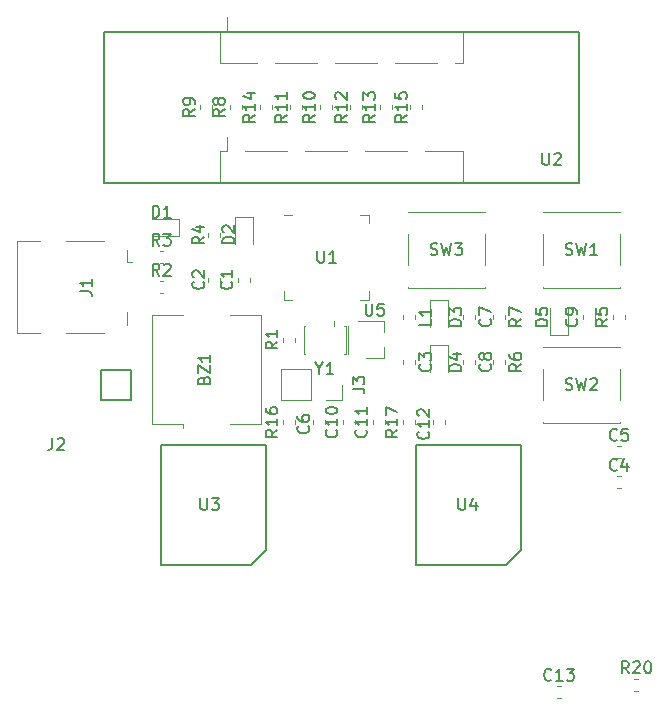
<source format=gbr>
G04 #@! TF.GenerationSoftware,KiCad,Pcbnew,5.99.0-unknown-r17607-a0698723*
G04 #@! TF.CreationDate,2020-04-13T08:25:32-05:00*
G04 #@! TF.ProjectId,pcb_smd,7063625f-736d-4642-9e6b-696361645f70,rev?*
G04 #@! TF.SameCoordinates,Original*
G04 #@! TF.FileFunction,Legend,Top*
G04 #@! TF.FilePolarity,Positive*
%FSLAX46Y46*%
G04 Gerber Fmt 4.6, Leading zero omitted, Abs format (unit mm)*
G04 Created by KiCad (PCBNEW 5.99.0-unknown-r17607-a0698723) date 2020-04-13 08:25:32*
%MOMM*%
%LPD*%
G01*
G04 APERTURE LIST*
%ADD10C,0.120000*%
%ADD11C,0.150000*%
G04 APERTURE END LIST*
D10*
X141895000Y-74495000D02*
X141170000Y-74495000D01*
X148390000Y-81715000D02*
X148390000Y-80990000D01*
X147665000Y-81715000D02*
X148390000Y-81715000D01*
X141170000Y-81715000D02*
X141170000Y-80990000D01*
X141895000Y-81715000D02*
X141170000Y-81715000D01*
X148390000Y-74495000D02*
X148390000Y-75220000D01*
X147665000Y-74495000D02*
X148390000Y-74495000D01*
X135730000Y-71815000D02*
X135730000Y-69155000D01*
X135730000Y-69155000D02*
X136400000Y-69155000D01*
X137920000Y-69155000D02*
X141480000Y-69155000D01*
X143000000Y-69155000D02*
X146560000Y-69155000D01*
X148080000Y-69155000D02*
X151640000Y-69155000D01*
X153160000Y-69155000D02*
X156370000Y-69155000D01*
X156370000Y-71815000D02*
X156370000Y-69155000D01*
X135730000Y-71815000D02*
X138940000Y-71815000D01*
X140460000Y-71815000D02*
X144020000Y-71815000D01*
X145540000Y-71815000D02*
X149100000Y-71815000D01*
X150620000Y-71815000D02*
X154180000Y-71815000D01*
X155700000Y-71815000D02*
X156370000Y-71815000D01*
X136400000Y-69155000D02*
X136400000Y-67945000D01*
X137920000Y-58995000D02*
X141480000Y-58995000D01*
X140460000Y-61655000D02*
X144020000Y-61655000D01*
X156370000Y-61655000D02*
X156370000Y-58995000D01*
X155700000Y-61655000D02*
X156370000Y-61655000D01*
X150620000Y-61655000D02*
X154180000Y-61655000D01*
X135730000Y-61655000D02*
X135730000Y-58995000D01*
X136400000Y-58995000D02*
X136400000Y-57785000D01*
X148080000Y-58995000D02*
X151640000Y-58995000D01*
X145540000Y-61655000D02*
X149100000Y-61655000D01*
X135730000Y-58995000D02*
X136400000Y-58995000D01*
X135730000Y-61655000D02*
X138940000Y-61655000D01*
X143000000Y-58995000D02*
X146560000Y-58995000D01*
X153160000Y-58995000D02*
X156370000Y-58995000D01*
D11*
X125960000Y-59005000D02*
X125960000Y-71805000D01*
X166140000Y-59005000D02*
X166140000Y-71805000D01*
X166140000Y-59005000D02*
X125960000Y-59005000D01*
X125960000Y-71805000D02*
X166140000Y-71805000D01*
D10*
X149620000Y-86670000D02*
X148160000Y-86670000D01*
X149620000Y-83510000D02*
X147460000Y-83510000D01*
X149620000Y-83510000D02*
X149620000Y-84440000D01*
X149620000Y-86670000D02*
X149620000Y-85740000D01*
X164302221Y-115445000D02*
X164627779Y-115445000D01*
X164302221Y-114425000D02*
X164627779Y-114425000D01*
X170852221Y-114810000D02*
X171177779Y-114810000D01*
X170852221Y-113790000D02*
X171177779Y-113790000D01*
X146110000Y-88900000D02*
X146110000Y-90230000D01*
X146110000Y-90230000D02*
X144780000Y-90230000D01*
X143510000Y-90230000D02*
X140910000Y-90230000D01*
X140910000Y-87570000D02*
X140910000Y-90230000D01*
X143510000Y-87570000D02*
X140910000Y-87570000D01*
X143510000Y-87570000D02*
X143510000Y-90230000D01*
X132660000Y-92240000D02*
X130010000Y-92240000D01*
X130010000Y-92240000D02*
X130010000Y-83020000D01*
X130010000Y-83020000D02*
X132660000Y-83020000D01*
X136580000Y-83020000D02*
X139230000Y-83020000D01*
X139230000Y-83020000D02*
X139230000Y-92240000D01*
X139230000Y-92240000D02*
X136580000Y-92240000D01*
X132660000Y-92240000D02*
X132660000Y-92570000D01*
X165200000Y-84670000D02*
X165200000Y-82385000D01*
X163730000Y-84670000D02*
X165200000Y-84670000D01*
X163730000Y-82385000D02*
X163730000Y-84670000D01*
X153570000Y-85510000D02*
X153570000Y-87795000D01*
X155040000Y-85510000D02*
X153570000Y-85510000D01*
X155040000Y-87795000D02*
X155040000Y-85510000D01*
X153570000Y-81700000D02*
X153570000Y-83985000D01*
X155040000Y-81700000D02*
X153570000Y-81700000D01*
X155040000Y-83985000D02*
X155040000Y-81700000D01*
X137060000Y-74715000D02*
X137060000Y-77000000D01*
X138530000Y-74715000D02*
X137060000Y-74715000D01*
X138530000Y-77000000D02*
X138530000Y-74715000D01*
X152910000Y-65242221D02*
X152910000Y-65567779D01*
X151890000Y-65242221D02*
X151890000Y-65567779D01*
D11*
X161290000Y-102870000D02*
X161290000Y-93980000D01*
X161290000Y-93980000D02*
X152400000Y-93980000D01*
X152400000Y-93980000D02*
X152400000Y-104140000D01*
X152400000Y-104140000D02*
X160020000Y-104140000D01*
X160020000Y-104140000D02*
X161290000Y-102870000D01*
X139700000Y-102870000D02*
X139700000Y-93980000D01*
X139700000Y-93980000D02*
X130810000Y-93980000D01*
X130810000Y-93980000D02*
X130810000Y-104140000D01*
X130810000Y-104140000D02*
X138430000Y-104140000D01*
X138430000Y-104140000D02*
X139700000Y-102870000D01*
D10*
X152275000Y-92237779D02*
X152275000Y-91912221D01*
X151255000Y-92237779D02*
X151255000Y-91912221D01*
X142115000Y-92237779D02*
X142115000Y-91912221D01*
X141095000Y-92237779D02*
X141095000Y-91912221D01*
D11*
X128270000Y-90170000D02*
X128270000Y-87630000D01*
X125730000Y-90170000D02*
X128270000Y-90170000D01*
X125730000Y-87630000D02*
X125730000Y-90170000D01*
X128270000Y-87630000D02*
X125730000Y-87630000D01*
D10*
X153795000Y-91912221D02*
X153795000Y-92237779D01*
X154815000Y-91912221D02*
X154815000Y-92237779D01*
X149705000Y-92237779D02*
X149705000Y-91912221D01*
X148685000Y-92237779D02*
X148685000Y-91912221D01*
X147195000Y-92237779D02*
X147195000Y-91912221D01*
X146175000Y-92237779D02*
X146175000Y-91912221D01*
X167515000Y-83347779D02*
X167515000Y-83022221D01*
X166495000Y-83347779D02*
X166495000Y-83022221D01*
X156335000Y-86832221D02*
X156335000Y-87157779D01*
X157355000Y-86832221D02*
X157355000Y-87157779D01*
X156335000Y-83022221D02*
X156335000Y-83347779D01*
X157355000Y-83022221D02*
X157355000Y-83347779D01*
X143635000Y-91912221D02*
X143635000Y-92237779D01*
X144655000Y-91912221D02*
X144655000Y-92237779D01*
X169382221Y-95125000D02*
X169707779Y-95125000D01*
X169382221Y-94105000D02*
X169707779Y-94105000D01*
X169382221Y-97665000D02*
X169707779Y-97665000D01*
X169382221Y-96645000D02*
X169707779Y-96645000D01*
X158170000Y-74240000D02*
X151710000Y-74240000D01*
X158170000Y-78770000D02*
X158170000Y-76170000D01*
X158170000Y-80700000D02*
X151710000Y-80700000D01*
X151710000Y-78770000D02*
X151710000Y-76170000D01*
X158170000Y-80670000D02*
X158170000Y-80700000D01*
X158170000Y-74240000D02*
X158170000Y-74270000D01*
X151710000Y-74240000D02*
X151710000Y-74270000D01*
X151710000Y-80700000D02*
X151710000Y-80670000D01*
X169600000Y-85670000D02*
X163140000Y-85670000D01*
X169600000Y-90200000D02*
X169600000Y-87600000D01*
X169600000Y-92130000D02*
X163140000Y-92130000D01*
X163140000Y-90200000D02*
X163140000Y-87600000D01*
X169600000Y-92100000D02*
X169600000Y-92130000D01*
X169600000Y-85670000D02*
X169600000Y-85700000D01*
X163140000Y-85670000D02*
X163140000Y-85700000D01*
X163140000Y-92130000D02*
X163140000Y-92100000D01*
X169600000Y-74240000D02*
X163140000Y-74240000D01*
X169600000Y-78770000D02*
X169600000Y-76170000D01*
X169600000Y-80700000D02*
X163140000Y-80700000D01*
X163140000Y-78770000D02*
X163140000Y-76170000D01*
X169600000Y-80670000D02*
X169600000Y-80700000D01*
X169600000Y-74240000D02*
X169600000Y-74270000D01*
X163140000Y-74240000D02*
X163140000Y-74270000D01*
X163140000Y-80700000D02*
X163140000Y-80670000D01*
X139190000Y-65567779D02*
X139190000Y-65242221D01*
X140210000Y-65567779D02*
X140210000Y-65242221D01*
X149350000Y-65567779D02*
X149350000Y-65242221D01*
X150370000Y-65567779D02*
X150370000Y-65242221D01*
X147830000Y-65242221D02*
X147830000Y-65567779D01*
X146810000Y-65242221D02*
X146810000Y-65567779D01*
X142750000Y-65242221D02*
X142750000Y-65567779D01*
X141730000Y-65242221D02*
X141730000Y-65567779D01*
X144270000Y-65567779D02*
X144270000Y-65242221D01*
X145290000Y-65567779D02*
X145290000Y-65242221D01*
X134110000Y-65567779D02*
X134110000Y-65242221D01*
X135130000Y-65567779D02*
X135130000Y-65242221D01*
X136650000Y-65567779D02*
X136650000Y-65242221D01*
X137670000Y-65567779D02*
X137670000Y-65242221D01*
X158875000Y-83022221D02*
X158875000Y-83347779D01*
X159895000Y-83022221D02*
X159895000Y-83347779D01*
X158875000Y-86832221D02*
X158875000Y-87157779D01*
X159895000Y-86832221D02*
X159895000Y-87157779D01*
X170055000Y-83347779D02*
X170055000Y-83022221D01*
X169035000Y-83347779D02*
X169035000Y-83022221D01*
X142843800Y-86290000D02*
X142993800Y-86290000D01*
X142843800Y-83890000D02*
X142993800Y-83890000D01*
X145393800Y-83890000D02*
X145443800Y-83890000D01*
X146443800Y-83890000D02*
X146293800Y-83890000D01*
X146443800Y-86290000D02*
X146293800Y-86290000D01*
X146643800Y-84290000D02*
X146643800Y-83890000D01*
X146443800Y-84290000D02*
X146443800Y-83890000D01*
X142843800Y-84290000D02*
X142843800Y-83890000D01*
X146643800Y-86290000D02*
X146643800Y-84290000D01*
X145393800Y-83890000D02*
X145393800Y-83490000D01*
X146443800Y-84290000D02*
X146443800Y-86290000D01*
X142843800Y-86290000D02*
X142843800Y-84290000D01*
X134745000Y-76037221D02*
X134745000Y-76362779D01*
X135765000Y-76037221D02*
X135765000Y-76362779D01*
X130647221Y-78615000D02*
X130972779Y-78615000D01*
X130647221Y-77595000D02*
X130972779Y-77595000D01*
X130647221Y-81155000D02*
X130972779Y-81155000D01*
X130647221Y-80135000D02*
X130972779Y-80135000D01*
X142115000Y-85252779D02*
X142115000Y-84927221D01*
X141095000Y-85252779D02*
X141095000Y-84927221D01*
X151255000Y-83022221D02*
X151255000Y-83347779D01*
X152275000Y-83022221D02*
X152275000Y-83347779D01*
X118550000Y-84555000D02*
X118550000Y-76735000D01*
X127870000Y-78535000D02*
X128300000Y-78535000D01*
X118550000Y-84555000D02*
X120500000Y-84555000D01*
X122720000Y-84555000D02*
X125950000Y-84555000D01*
X127870000Y-82755000D02*
X127870000Y-83835000D01*
X127870000Y-77455000D02*
X127870000Y-78535000D01*
X122720000Y-76735000D02*
X125950000Y-76735000D01*
X118550000Y-76735000D02*
X120500000Y-76735000D01*
X132295000Y-74830000D02*
X130010000Y-74830000D01*
X132295000Y-76300000D02*
X132295000Y-74830000D01*
X130010000Y-76300000D02*
X132295000Y-76300000D01*
X151255000Y-86832221D02*
X151255000Y-87157779D01*
X152275000Y-86832221D02*
X152275000Y-87157779D01*
X134745000Y-79847221D02*
X134745000Y-80172779D01*
X135765000Y-79847221D02*
X135765000Y-80172779D01*
X138305000Y-80172779D02*
X138305000Y-79847221D01*
X137285000Y-80172779D02*
X137285000Y-79847221D01*
D11*
X144018095Y-77557380D02*
X144018095Y-78366904D01*
X144065714Y-78462142D01*
X144113333Y-78509761D01*
X144208571Y-78557380D01*
X144399047Y-78557380D01*
X144494285Y-78509761D01*
X144541904Y-78462142D01*
X144589523Y-78366904D01*
X144589523Y-77557380D01*
X145589523Y-78557380D02*
X145018095Y-78557380D01*
X145303809Y-78557380D02*
X145303809Y-77557380D01*
X145208571Y-77700238D01*
X145113333Y-77795476D01*
X145018095Y-77843095D01*
X163068095Y-69302380D02*
X163068095Y-70111904D01*
X163115714Y-70207142D01*
X163163333Y-70254761D01*
X163258571Y-70302380D01*
X163449047Y-70302380D01*
X163544285Y-70254761D01*
X163591904Y-70207142D01*
X163639523Y-70111904D01*
X163639523Y-69302380D01*
X164068095Y-69397619D02*
X164115714Y-69350000D01*
X164210952Y-69302380D01*
X164449047Y-69302380D01*
X164544285Y-69350000D01*
X164591904Y-69397619D01*
X164639523Y-69492857D01*
X164639523Y-69588095D01*
X164591904Y-69730952D01*
X164020476Y-70302380D01*
X164639523Y-70302380D01*
X148098095Y-82042380D02*
X148098095Y-82851904D01*
X148145714Y-82947142D01*
X148193333Y-82994761D01*
X148288571Y-83042380D01*
X148479047Y-83042380D01*
X148574285Y-82994761D01*
X148621904Y-82947142D01*
X148669523Y-82851904D01*
X148669523Y-82042380D01*
X149621904Y-82042380D02*
X149145714Y-82042380D01*
X149098095Y-82518571D01*
X149145714Y-82470952D01*
X149240952Y-82423333D01*
X149479047Y-82423333D01*
X149574285Y-82470952D01*
X149621904Y-82518571D01*
X149669523Y-82613809D01*
X149669523Y-82851904D01*
X149621904Y-82947142D01*
X149574285Y-82994761D01*
X149479047Y-83042380D01*
X149240952Y-83042380D01*
X149145714Y-82994761D01*
X149098095Y-82947142D01*
X163822142Y-113862142D02*
X163774523Y-113909761D01*
X163631666Y-113957380D01*
X163536428Y-113957380D01*
X163393571Y-113909761D01*
X163298333Y-113814523D01*
X163250714Y-113719285D01*
X163203095Y-113528809D01*
X163203095Y-113385952D01*
X163250714Y-113195476D01*
X163298333Y-113100238D01*
X163393571Y-113005000D01*
X163536428Y-112957380D01*
X163631666Y-112957380D01*
X163774523Y-113005000D01*
X163822142Y-113052619D01*
X164774523Y-113957380D02*
X164203095Y-113957380D01*
X164488809Y-113957380D02*
X164488809Y-112957380D01*
X164393571Y-113100238D01*
X164298333Y-113195476D01*
X164203095Y-113243095D01*
X165107857Y-112957380D02*
X165726904Y-112957380D01*
X165393571Y-113338333D01*
X165536428Y-113338333D01*
X165631666Y-113385952D01*
X165679285Y-113433571D01*
X165726904Y-113528809D01*
X165726904Y-113766904D01*
X165679285Y-113862142D01*
X165631666Y-113909761D01*
X165536428Y-113957380D01*
X165250714Y-113957380D01*
X165155476Y-113909761D01*
X165107857Y-113862142D01*
X170372142Y-113322380D02*
X170038809Y-112846190D01*
X169800714Y-113322380D02*
X169800714Y-112322380D01*
X170181666Y-112322380D01*
X170276904Y-112370000D01*
X170324523Y-112417619D01*
X170372142Y-112512857D01*
X170372142Y-112655714D01*
X170324523Y-112750952D01*
X170276904Y-112798571D01*
X170181666Y-112846190D01*
X169800714Y-112846190D01*
X170753095Y-112417619D02*
X170800714Y-112370000D01*
X170895952Y-112322380D01*
X171134047Y-112322380D01*
X171229285Y-112370000D01*
X171276904Y-112417619D01*
X171324523Y-112512857D01*
X171324523Y-112608095D01*
X171276904Y-112750952D01*
X170705476Y-113322380D01*
X171324523Y-113322380D01*
X171943571Y-112322380D02*
X172038809Y-112322380D01*
X172134047Y-112370000D01*
X172181666Y-112417619D01*
X172229285Y-112512857D01*
X172276904Y-112703333D01*
X172276904Y-112941428D01*
X172229285Y-113131904D01*
X172181666Y-113227142D01*
X172134047Y-113274761D01*
X172038809Y-113322380D01*
X171943571Y-113322380D01*
X171848333Y-113274761D01*
X171800714Y-113227142D01*
X171753095Y-113131904D01*
X171705476Y-112941428D01*
X171705476Y-112703333D01*
X171753095Y-112512857D01*
X171800714Y-112417619D01*
X171848333Y-112370000D01*
X171943571Y-112322380D01*
X147002380Y-89233333D02*
X147716666Y-89233333D01*
X147859523Y-89280952D01*
X147954761Y-89376190D01*
X148002380Y-89519047D01*
X148002380Y-89614285D01*
X147002380Y-88852380D02*
X147002380Y-88233333D01*
X147383333Y-88566666D01*
X147383333Y-88423809D01*
X147430952Y-88328571D01*
X147478571Y-88280952D01*
X147573809Y-88233333D01*
X147811904Y-88233333D01*
X147907142Y-88280952D01*
X147954761Y-88328571D01*
X148002380Y-88423809D01*
X148002380Y-88709523D01*
X147954761Y-88804761D01*
X147907142Y-88852380D01*
X134421571Y-88510952D02*
X134469190Y-88368095D01*
X134516809Y-88320476D01*
X134612047Y-88272857D01*
X134754904Y-88272857D01*
X134850142Y-88320476D01*
X134897761Y-88368095D01*
X134945380Y-88463333D01*
X134945380Y-88844285D01*
X133945380Y-88844285D01*
X133945380Y-88510952D01*
X133993000Y-88415714D01*
X134040619Y-88368095D01*
X134135857Y-88320476D01*
X134231095Y-88320476D01*
X134326333Y-88368095D01*
X134373952Y-88415714D01*
X134421571Y-88510952D01*
X134421571Y-88844285D01*
X133945380Y-87939523D02*
X133945380Y-87272857D01*
X134945380Y-87939523D01*
X134945380Y-87272857D01*
X134945380Y-86368095D02*
X134945380Y-86939523D01*
X134945380Y-86653809D02*
X133945380Y-86653809D01*
X134088238Y-86749047D01*
X134183476Y-86844285D01*
X134231095Y-86939523D01*
X163487380Y-83923095D02*
X162487380Y-83923095D01*
X162487380Y-83685000D01*
X162535000Y-83542142D01*
X162630238Y-83446904D01*
X162725476Y-83399285D01*
X162915952Y-83351666D01*
X163058809Y-83351666D01*
X163249285Y-83399285D01*
X163344523Y-83446904D01*
X163439761Y-83542142D01*
X163487380Y-83685000D01*
X163487380Y-83923095D01*
X162487380Y-82446904D02*
X162487380Y-82923095D01*
X162963571Y-82970714D01*
X162915952Y-82923095D01*
X162868333Y-82827857D01*
X162868333Y-82589761D01*
X162915952Y-82494523D01*
X162963571Y-82446904D01*
X163058809Y-82399285D01*
X163296904Y-82399285D01*
X163392142Y-82446904D01*
X163439761Y-82494523D01*
X163487380Y-82589761D01*
X163487380Y-82827857D01*
X163439761Y-82923095D01*
X163392142Y-82970714D01*
X156187380Y-87733095D02*
X155187380Y-87733095D01*
X155187380Y-87495000D01*
X155235000Y-87352142D01*
X155330238Y-87256904D01*
X155425476Y-87209285D01*
X155615952Y-87161666D01*
X155758809Y-87161666D01*
X155949285Y-87209285D01*
X156044523Y-87256904D01*
X156139761Y-87352142D01*
X156187380Y-87495000D01*
X156187380Y-87733095D01*
X155520714Y-86304523D02*
X156187380Y-86304523D01*
X155139761Y-86542619D02*
X155854047Y-86780714D01*
X155854047Y-86161666D01*
X156187380Y-83923095D02*
X155187380Y-83923095D01*
X155187380Y-83685000D01*
X155235000Y-83542142D01*
X155330238Y-83446904D01*
X155425476Y-83399285D01*
X155615952Y-83351666D01*
X155758809Y-83351666D01*
X155949285Y-83399285D01*
X156044523Y-83446904D01*
X156139761Y-83542142D01*
X156187380Y-83685000D01*
X156187380Y-83923095D01*
X155187380Y-83018333D02*
X155187380Y-82399285D01*
X155568333Y-82732619D01*
X155568333Y-82589761D01*
X155615952Y-82494523D01*
X155663571Y-82446904D01*
X155758809Y-82399285D01*
X155996904Y-82399285D01*
X156092142Y-82446904D01*
X156139761Y-82494523D01*
X156187380Y-82589761D01*
X156187380Y-82875476D01*
X156139761Y-82970714D01*
X156092142Y-83018333D01*
X136977380Y-76938095D02*
X135977380Y-76938095D01*
X135977380Y-76700000D01*
X136025000Y-76557142D01*
X136120238Y-76461904D01*
X136215476Y-76414285D01*
X136405952Y-76366666D01*
X136548809Y-76366666D01*
X136739285Y-76414285D01*
X136834523Y-76461904D01*
X136929761Y-76557142D01*
X136977380Y-76700000D01*
X136977380Y-76938095D01*
X136072619Y-75985714D02*
X136025000Y-75938095D01*
X135977380Y-75842857D01*
X135977380Y-75604761D01*
X136025000Y-75509523D01*
X136072619Y-75461904D01*
X136167857Y-75414285D01*
X136263095Y-75414285D01*
X136405952Y-75461904D01*
X136977380Y-76033333D01*
X136977380Y-75414285D01*
X151582380Y-66047857D02*
X151106190Y-66381190D01*
X151582380Y-66619285D02*
X150582380Y-66619285D01*
X150582380Y-66238333D01*
X150630000Y-66143095D01*
X150677619Y-66095476D01*
X150772857Y-66047857D01*
X150915714Y-66047857D01*
X151010952Y-66095476D01*
X151058571Y-66143095D01*
X151106190Y-66238333D01*
X151106190Y-66619285D01*
X151582380Y-65095476D02*
X151582380Y-65666904D01*
X151582380Y-65381190D02*
X150582380Y-65381190D01*
X150725238Y-65476428D01*
X150820476Y-65571666D01*
X150868095Y-65666904D01*
X150582380Y-64190714D02*
X150582380Y-64666904D01*
X151058571Y-64714523D01*
X151010952Y-64666904D01*
X150963333Y-64571666D01*
X150963333Y-64333571D01*
X151010952Y-64238333D01*
X151058571Y-64190714D01*
X151153809Y-64143095D01*
X151391904Y-64143095D01*
X151487142Y-64190714D01*
X151534761Y-64238333D01*
X151582380Y-64333571D01*
X151582380Y-64571666D01*
X151534761Y-64666904D01*
X151487142Y-64714523D01*
X155956095Y-98512380D02*
X155956095Y-99321904D01*
X156003714Y-99417142D01*
X156051333Y-99464761D01*
X156146571Y-99512380D01*
X156337047Y-99512380D01*
X156432285Y-99464761D01*
X156479904Y-99417142D01*
X156527523Y-99321904D01*
X156527523Y-98512380D01*
X157432285Y-98845714D02*
X157432285Y-99512380D01*
X157194190Y-98464761D02*
X156956095Y-99179047D01*
X157575142Y-99179047D01*
X134112095Y-98512380D02*
X134112095Y-99321904D01*
X134159714Y-99417142D01*
X134207333Y-99464761D01*
X134302571Y-99512380D01*
X134493047Y-99512380D01*
X134588285Y-99464761D01*
X134635904Y-99417142D01*
X134683523Y-99321904D01*
X134683523Y-98512380D01*
X135064476Y-98512380D02*
X135683523Y-98512380D01*
X135350190Y-98893333D01*
X135493047Y-98893333D01*
X135588285Y-98940952D01*
X135635904Y-98988571D01*
X135683523Y-99083809D01*
X135683523Y-99321904D01*
X135635904Y-99417142D01*
X135588285Y-99464761D01*
X135493047Y-99512380D01*
X135207333Y-99512380D01*
X135112095Y-99464761D01*
X135064476Y-99417142D01*
X150787380Y-92717857D02*
X150311190Y-93051190D01*
X150787380Y-93289285D02*
X149787380Y-93289285D01*
X149787380Y-92908333D01*
X149835000Y-92813095D01*
X149882619Y-92765476D01*
X149977857Y-92717857D01*
X150120714Y-92717857D01*
X150215952Y-92765476D01*
X150263571Y-92813095D01*
X150311190Y-92908333D01*
X150311190Y-93289285D01*
X150787380Y-91765476D02*
X150787380Y-92336904D01*
X150787380Y-92051190D02*
X149787380Y-92051190D01*
X149930238Y-92146428D01*
X150025476Y-92241666D01*
X150073095Y-92336904D01*
X149787380Y-91432142D02*
X149787380Y-90765476D01*
X150787380Y-91194047D01*
X140627380Y-92717857D02*
X140151190Y-93051190D01*
X140627380Y-93289285D02*
X139627380Y-93289285D01*
X139627380Y-92908333D01*
X139675000Y-92813095D01*
X139722619Y-92765476D01*
X139817857Y-92717857D01*
X139960714Y-92717857D01*
X140055952Y-92765476D01*
X140103571Y-92813095D01*
X140151190Y-92908333D01*
X140151190Y-93289285D01*
X140627380Y-91765476D02*
X140627380Y-92336904D01*
X140627380Y-92051190D02*
X139627380Y-92051190D01*
X139770238Y-92146428D01*
X139865476Y-92241666D01*
X139913095Y-92336904D01*
X139627380Y-90908333D02*
X139627380Y-91098809D01*
X139675000Y-91194047D01*
X139722619Y-91241666D01*
X139865476Y-91336904D01*
X140055952Y-91384523D01*
X140436904Y-91384523D01*
X140532142Y-91336904D01*
X140579761Y-91289285D01*
X140627380Y-91194047D01*
X140627380Y-91003571D01*
X140579761Y-90908333D01*
X140532142Y-90860714D01*
X140436904Y-90813095D01*
X140198809Y-90813095D01*
X140103571Y-90860714D01*
X140055952Y-90908333D01*
X140008333Y-91003571D01*
X140008333Y-91194047D01*
X140055952Y-91289285D01*
X140103571Y-91336904D01*
X140198809Y-91384523D01*
X121586666Y-93432380D02*
X121586666Y-94146666D01*
X121539047Y-94289523D01*
X121443809Y-94384761D01*
X121300952Y-94432380D01*
X121205714Y-94432380D01*
X122015238Y-93527619D02*
X122062857Y-93480000D01*
X122158095Y-93432380D01*
X122396190Y-93432380D01*
X122491428Y-93480000D01*
X122539047Y-93527619D01*
X122586666Y-93622857D01*
X122586666Y-93718095D01*
X122539047Y-93860952D01*
X121967619Y-94432380D01*
X122586666Y-94432380D01*
X153392142Y-92880636D02*
X153439761Y-92928255D01*
X153487380Y-93071112D01*
X153487380Y-93166350D01*
X153439761Y-93309207D01*
X153344523Y-93404445D01*
X153249285Y-93452064D01*
X153058809Y-93499683D01*
X152915952Y-93499683D01*
X152725476Y-93452064D01*
X152630238Y-93404445D01*
X152535000Y-93309207D01*
X152487380Y-93166350D01*
X152487380Y-93071112D01*
X152535000Y-92928255D01*
X152582619Y-92880636D01*
X153487380Y-91928255D02*
X153487380Y-92499683D01*
X153487380Y-92213969D02*
X152487380Y-92213969D01*
X152630238Y-92309207D01*
X152725476Y-92404445D01*
X152773095Y-92499683D01*
X152582619Y-91547302D02*
X152535000Y-91499683D01*
X152487380Y-91404445D01*
X152487380Y-91166350D01*
X152535000Y-91071112D01*
X152582619Y-91023493D01*
X152677857Y-90975874D01*
X152773095Y-90975874D01*
X152915952Y-91023493D01*
X153487380Y-91594921D01*
X153487380Y-90975874D01*
X148122142Y-92717857D02*
X148169761Y-92765476D01*
X148217380Y-92908333D01*
X148217380Y-93003571D01*
X148169761Y-93146428D01*
X148074523Y-93241666D01*
X147979285Y-93289285D01*
X147788809Y-93336904D01*
X147645952Y-93336904D01*
X147455476Y-93289285D01*
X147360238Y-93241666D01*
X147265000Y-93146428D01*
X147217380Y-93003571D01*
X147217380Y-92908333D01*
X147265000Y-92765476D01*
X147312619Y-92717857D01*
X148217380Y-91765476D02*
X148217380Y-92336904D01*
X148217380Y-92051190D02*
X147217380Y-92051190D01*
X147360238Y-92146428D01*
X147455476Y-92241666D01*
X147503095Y-92336904D01*
X148217380Y-90813095D02*
X148217380Y-91384523D01*
X148217380Y-91098809D02*
X147217380Y-91098809D01*
X147360238Y-91194047D01*
X147455476Y-91289285D01*
X147503095Y-91384523D01*
X145612142Y-92717857D02*
X145659761Y-92765476D01*
X145707380Y-92908333D01*
X145707380Y-93003571D01*
X145659761Y-93146428D01*
X145564523Y-93241666D01*
X145469285Y-93289285D01*
X145278809Y-93336904D01*
X145135952Y-93336904D01*
X144945476Y-93289285D01*
X144850238Y-93241666D01*
X144755000Y-93146428D01*
X144707380Y-93003571D01*
X144707380Y-92908333D01*
X144755000Y-92765476D01*
X144802619Y-92717857D01*
X145707380Y-91765476D02*
X145707380Y-92336904D01*
X145707380Y-92051190D02*
X144707380Y-92051190D01*
X144850238Y-92146428D01*
X144945476Y-92241666D01*
X144993095Y-92336904D01*
X144707380Y-91146428D02*
X144707380Y-91051190D01*
X144755000Y-90955952D01*
X144802619Y-90908333D01*
X144897857Y-90860714D01*
X145088333Y-90813095D01*
X145326428Y-90813095D01*
X145516904Y-90860714D01*
X145612142Y-90908333D01*
X145659761Y-90955952D01*
X145707380Y-91051190D01*
X145707380Y-91146428D01*
X145659761Y-91241666D01*
X145612142Y-91289285D01*
X145516904Y-91336904D01*
X145326428Y-91384523D01*
X145088333Y-91384523D01*
X144897857Y-91336904D01*
X144802619Y-91289285D01*
X144755000Y-91241666D01*
X144707380Y-91146428D01*
X165932142Y-83351666D02*
X165979761Y-83399285D01*
X166027380Y-83542142D01*
X166027380Y-83637380D01*
X165979761Y-83780238D01*
X165884523Y-83875476D01*
X165789285Y-83923095D01*
X165598809Y-83970714D01*
X165455952Y-83970714D01*
X165265476Y-83923095D01*
X165170238Y-83875476D01*
X165075000Y-83780238D01*
X165027380Y-83637380D01*
X165027380Y-83542142D01*
X165075000Y-83399285D01*
X165122619Y-83351666D01*
X166027380Y-82875476D02*
X166027380Y-82685000D01*
X165979761Y-82589761D01*
X165932142Y-82542142D01*
X165789285Y-82446904D01*
X165598809Y-82399285D01*
X165217857Y-82399285D01*
X165122619Y-82446904D01*
X165075000Y-82494523D01*
X165027380Y-82589761D01*
X165027380Y-82780238D01*
X165075000Y-82875476D01*
X165122619Y-82923095D01*
X165217857Y-82970714D01*
X165455952Y-82970714D01*
X165551190Y-82923095D01*
X165598809Y-82875476D01*
X165646428Y-82780238D01*
X165646428Y-82589761D01*
X165598809Y-82494523D01*
X165551190Y-82446904D01*
X165455952Y-82399285D01*
X158632142Y-87161666D02*
X158679761Y-87209285D01*
X158727380Y-87352142D01*
X158727380Y-87447380D01*
X158679761Y-87590238D01*
X158584523Y-87685476D01*
X158489285Y-87733095D01*
X158298809Y-87780714D01*
X158155952Y-87780714D01*
X157965476Y-87733095D01*
X157870238Y-87685476D01*
X157775000Y-87590238D01*
X157727380Y-87447380D01*
X157727380Y-87352142D01*
X157775000Y-87209285D01*
X157822619Y-87161666D01*
X158155952Y-86590238D02*
X158108333Y-86685476D01*
X158060714Y-86733095D01*
X157965476Y-86780714D01*
X157917857Y-86780714D01*
X157822619Y-86733095D01*
X157775000Y-86685476D01*
X157727380Y-86590238D01*
X157727380Y-86399761D01*
X157775000Y-86304523D01*
X157822619Y-86256904D01*
X157917857Y-86209285D01*
X157965476Y-86209285D01*
X158060714Y-86256904D01*
X158108333Y-86304523D01*
X158155952Y-86399761D01*
X158155952Y-86590238D01*
X158203571Y-86685476D01*
X158251190Y-86733095D01*
X158346428Y-86780714D01*
X158536904Y-86780714D01*
X158632142Y-86733095D01*
X158679761Y-86685476D01*
X158727380Y-86590238D01*
X158727380Y-86399761D01*
X158679761Y-86304523D01*
X158632142Y-86256904D01*
X158536904Y-86209285D01*
X158346428Y-86209285D01*
X158251190Y-86256904D01*
X158203571Y-86304523D01*
X158155952Y-86399761D01*
X158632142Y-83351666D02*
X158679761Y-83399285D01*
X158727380Y-83542142D01*
X158727380Y-83637380D01*
X158679761Y-83780238D01*
X158584523Y-83875476D01*
X158489285Y-83923095D01*
X158298809Y-83970714D01*
X158155952Y-83970714D01*
X157965476Y-83923095D01*
X157870238Y-83875476D01*
X157775000Y-83780238D01*
X157727380Y-83637380D01*
X157727380Y-83542142D01*
X157775000Y-83399285D01*
X157822619Y-83351666D01*
X157727380Y-83018333D02*
X157727380Y-82351666D01*
X158727380Y-82780238D01*
X143232142Y-92404445D02*
X143279761Y-92452064D01*
X143327380Y-92594921D01*
X143327380Y-92690159D01*
X143279761Y-92833017D01*
X143184523Y-92928255D01*
X143089285Y-92975874D01*
X142898809Y-93023493D01*
X142755952Y-93023493D01*
X142565476Y-92975874D01*
X142470238Y-92928255D01*
X142375000Y-92833017D01*
X142327380Y-92690159D01*
X142327380Y-92594921D01*
X142375000Y-92452064D01*
X142422619Y-92404445D01*
X142327380Y-91547302D02*
X142327380Y-91737779D01*
X142375000Y-91833017D01*
X142422619Y-91880636D01*
X142565476Y-91975874D01*
X142755952Y-92023493D01*
X143136904Y-92023493D01*
X143232142Y-91975874D01*
X143279761Y-91928255D01*
X143327380Y-91833017D01*
X143327380Y-91642540D01*
X143279761Y-91547302D01*
X143232142Y-91499683D01*
X143136904Y-91452064D01*
X142898809Y-91452064D01*
X142803571Y-91499683D01*
X142755952Y-91547302D01*
X142708333Y-91642540D01*
X142708333Y-91833017D01*
X142755952Y-91928255D01*
X142803571Y-91975874D01*
X142898809Y-92023493D01*
X169378333Y-93542142D02*
X169330714Y-93589761D01*
X169187857Y-93637380D01*
X169092619Y-93637380D01*
X168949761Y-93589761D01*
X168854523Y-93494523D01*
X168806904Y-93399285D01*
X168759285Y-93208809D01*
X168759285Y-93065952D01*
X168806904Y-92875476D01*
X168854523Y-92780238D01*
X168949761Y-92685000D01*
X169092619Y-92637380D01*
X169187857Y-92637380D01*
X169330714Y-92685000D01*
X169378333Y-92732619D01*
X170283095Y-92637380D02*
X169806904Y-92637380D01*
X169759285Y-93113571D01*
X169806904Y-93065952D01*
X169902142Y-93018333D01*
X170140238Y-93018333D01*
X170235476Y-93065952D01*
X170283095Y-93113571D01*
X170330714Y-93208809D01*
X170330714Y-93446904D01*
X170283095Y-93542142D01*
X170235476Y-93589761D01*
X170140238Y-93637380D01*
X169902142Y-93637380D01*
X169806904Y-93589761D01*
X169759285Y-93542142D01*
X169378333Y-96082142D02*
X169330714Y-96129761D01*
X169187857Y-96177380D01*
X169092619Y-96177380D01*
X168949761Y-96129761D01*
X168854523Y-96034523D01*
X168806904Y-95939285D01*
X168759285Y-95748809D01*
X168759285Y-95605952D01*
X168806904Y-95415476D01*
X168854523Y-95320238D01*
X168949761Y-95225000D01*
X169092619Y-95177380D01*
X169187857Y-95177380D01*
X169330714Y-95225000D01*
X169378333Y-95272619D01*
X170235476Y-95510714D02*
X170235476Y-96177380D01*
X169997380Y-95129761D02*
X169759285Y-95844047D01*
X170378333Y-95844047D01*
X153606666Y-77874761D02*
X153749523Y-77922380D01*
X153987619Y-77922380D01*
X154082857Y-77874761D01*
X154130476Y-77827142D01*
X154178095Y-77731904D01*
X154178095Y-77636666D01*
X154130476Y-77541428D01*
X154082857Y-77493809D01*
X153987619Y-77446190D01*
X153797142Y-77398571D01*
X153701904Y-77350952D01*
X153654285Y-77303333D01*
X153606666Y-77208095D01*
X153606666Y-77112857D01*
X153654285Y-77017619D01*
X153701904Y-76970000D01*
X153797142Y-76922380D01*
X154035238Y-76922380D01*
X154178095Y-76970000D01*
X154511428Y-76922380D02*
X154749523Y-77922380D01*
X154940000Y-77208095D01*
X155130476Y-77922380D01*
X155368571Y-76922380D01*
X155654285Y-76922380D02*
X156273333Y-76922380D01*
X155940000Y-77303333D01*
X156082857Y-77303333D01*
X156178095Y-77350952D01*
X156225714Y-77398571D01*
X156273333Y-77493809D01*
X156273333Y-77731904D01*
X156225714Y-77827142D01*
X156178095Y-77874761D01*
X156082857Y-77922380D01*
X155797142Y-77922380D01*
X155701904Y-77874761D01*
X155654285Y-77827142D01*
X165036666Y-89304761D02*
X165179523Y-89352380D01*
X165417619Y-89352380D01*
X165512857Y-89304761D01*
X165560476Y-89257142D01*
X165608095Y-89161904D01*
X165608095Y-89066666D01*
X165560476Y-88971428D01*
X165512857Y-88923809D01*
X165417619Y-88876190D01*
X165227142Y-88828571D01*
X165131904Y-88780952D01*
X165084285Y-88733333D01*
X165036666Y-88638095D01*
X165036666Y-88542857D01*
X165084285Y-88447619D01*
X165131904Y-88400000D01*
X165227142Y-88352380D01*
X165465238Y-88352380D01*
X165608095Y-88400000D01*
X165941428Y-88352380D02*
X166179523Y-89352380D01*
X166370000Y-88638095D01*
X166560476Y-89352380D01*
X166798571Y-88352380D01*
X167131904Y-88447619D02*
X167179523Y-88400000D01*
X167274761Y-88352380D01*
X167512857Y-88352380D01*
X167608095Y-88400000D01*
X167655714Y-88447619D01*
X167703333Y-88542857D01*
X167703333Y-88638095D01*
X167655714Y-88780952D01*
X167084285Y-89352380D01*
X167703333Y-89352380D01*
X165036666Y-77874761D02*
X165179523Y-77922380D01*
X165417619Y-77922380D01*
X165512857Y-77874761D01*
X165560476Y-77827142D01*
X165608095Y-77731904D01*
X165608095Y-77636666D01*
X165560476Y-77541428D01*
X165512857Y-77493809D01*
X165417619Y-77446190D01*
X165227142Y-77398571D01*
X165131904Y-77350952D01*
X165084285Y-77303333D01*
X165036666Y-77208095D01*
X165036666Y-77112857D01*
X165084285Y-77017619D01*
X165131904Y-76970000D01*
X165227142Y-76922380D01*
X165465238Y-76922380D01*
X165608095Y-76970000D01*
X165941428Y-76922380D02*
X166179523Y-77922380D01*
X166370000Y-77208095D01*
X166560476Y-77922380D01*
X166798571Y-76922380D01*
X167703333Y-77922380D02*
X167131904Y-77922380D01*
X167417619Y-77922380D02*
X167417619Y-76922380D01*
X167322380Y-77065238D01*
X167227142Y-77160476D01*
X167131904Y-77208095D01*
X138722380Y-66047857D02*
X138246190Y-66381190D01*
X138722380Y-66619285D02*
X137722380Y-66619285D01*
X137722380Y-66238333D01*
X137770000Y-66143095D01*
X137817619Y-66095476D01*
X137912857Y-66047857D01*
X138055714Y-66047857D01*
X138150952Y-66095476D01*
X138198571Y-66143095D01*
X138246190Y-66238333D01*
X138246190Y-66619285D01*
X138722380Y-65095476D02*
X138722380Y-65666904D01*
X138722380Y-65381190D02*
X137722380Y-65381190D01*
X137865238Y-65476428D01*
X137960476Y-65571666D01*
X138008095Y-65666904D01*
X138055714Y-64238333D02*
X138722380Y-64238333D01*
X137674761Y-64476428D02*
X138389047Y-64714523D01*
X138389047Y-64095476D01*
X148882380Y-66047857D02*
X148406190Y-66381190D01*
X148882380Y-66619285D02*
X147882380Y-66619285D01*
X147882380Y-66238333D01*
X147930000Y-66143095D01*
X147977619Y-66095476D01*
X148072857Y-66047857D01*
X148215714Y-66047857D01*
X148310952Y-66095476D01*
X148358571Y-66143095D01*
X148406190Y-66238333D01*
X148406190Y-66619285D01*
X148882380Y-65095476D02*
X148882380Y-65666904D01*
X148882380Y-65381190D02*
X147882380Y-65381190D01*
X148025238Y-65476428D01*
X148120476Y-65571666D01*
X148168095Y-65666904D01*
X147882380Y-64762142D02*
X147882380Y-64143095D01*
X148263333Y-64476428D01*
X148263333Y-64333571D01*
X148310952Y-64238333D01*
X148358571Y-64190714D01*
X148453809Y-64143095D01*
X148691904Y-64143095D01*
X148787142Y-64190714D01*
X148834761Y-64238333D01*
X148882380Y-64333571D01*
X148882380Y-64619285D01*
X148834761Y-64714523D01*
X148787142Y-64762142D01*
X146502380Y-66047857D02*
X146026190Y-66381190D01*
X146502380Y-66619285D02*
X145502380Y-66619285D01*
X145502380Y-66238333D01*
X145550000Y-66143095D01*
X145597619Y-66095476D01*
X145692857Y-66047857D01*
X145835714Y-66047857D01*
X145930952Y-66095476D01*
X145978571Y-66143095D01*
X146026190Y-66238333D01*
X146026190Y-66619285D01*
X146502380Y-65095476D02*
X146502380Y-65666904D01*
X146502380Y-65381190D02*
X145502380Y-65381190D01*
X145645238Y-65476428D01*
X145740476Y-65571666D01*
X145788095Y-65666904D01*
X145597619Y-64714523D02*
X145550000Y-64666904D01*
X145502380Y-64571666D01*
X145502380Y-64333571D01*
X145550000Y-64238333D01*
X145597619Y-64190714D01*
X145692857Y-64143095D01*
X145788095Y-64143095D01*
X145930952Y-64190714D01*
X146502380Y-64762142D01*
X146502380Y-64143095D01*
X141422380Y-66047857D02*
X140946190Y-66381190D01*
X141422380Y-66619285D02*
X140422380Y-66619285D01*
X140422380Y-66238333D01*
X140470000Y-66143095D01*
X140517619Y-66095476D01*
X140612857Y-66047857D01*
X140755714Y-66047857D01*
X140850952Y-66095476D01*
X140898571Y-66143095D01*
X140946190Y-66238333D01*
X140946190Y-66619285D01*
X141422380Y-65095476D02*
X141422380Y-65666904D01*
X141422380Y-65381190D02*
X140422380Y-65381190D01*
X140565238Y-65476428D01*
X140660476Y-65571666D01*
X140708095Y-65666904D01*
X141422380Y-64143095D02*
X141422380Y-64714523D01*
X141422380Y-64428809D02*
X140422380Y-64428809D01*
X140565238Y-64524047D01*
X140660476Y-64619285D01*
X140708095Y-64714523D01*
X143802380Y-66047857D02*
X143326190Y-66381190D01*
X143802380Y-66619285D02*
X142802380Y-66619285D01*
X142802380Y-66238333D01*
X142850000Y-66143095D01*
X142897619Y-66095476D01*
X142992857Y-66047857D01*
X143135714Y-66047857D01*
X143230952Y-66095476D01*
X143278571Y-66143095D01*
X143326190Y-66238333D01*
X143326190Y-66619285D01*
X143802380Y-65095476D02*
X143802380Y-65666904D01*
X143802380Y-65381190D02*
X142802380Y-65381190D01*
X142945238Y-65476428D01*
X143040476Y-65571666D01*
X143088095Y-65666904D01*
X142802380Y-64476428D02*
X142802380Y-64381190D01*
X142850000Y-64285952D01*
X142897619Y-64238333D01*
X142992857Y-64190714D01*
X143183333Y-64143095D01*
X143421428Y-64143095D01*
X143611904Y-64190714D01*
X143707142Y-64238333D01*
X143754761Y-64285952D01*
X143802380Y-64381190D01*
X143802380Y-64476428D01*
X143754761Y-64571666D01*
X143707142Y-64619285D01*
X143611904Y-64666904D01*
X143421428Y-64714523D01*
X143183333Y-64714523D01*
X142992857Y-64666904D01*
X142897619Y-64619285D01*
X142850000Y-64571666D01*
X142802380Y-64476428D01*
X133642380Y-65571666D02*
X133166190Y-65905000D01*
X133642380Y-66143095D02*
X132642380Y-66143095D01*
X132642380Y-65762142D01*
X132690000Y-65666904D01*
X132737619Y-65619285D01*
X132832857Y-65571666D01*
X132975714Y-65571666D01*
X133070952Y-65619285D01*
X133118571Y-65666904D01*
X133166190Y-65762142D01*
X133166190Y-66143095D01*
X133642380Y-65095476D02*
X133642380Y-64905000D01*
X133594761Y-64809761D01*
X133547142Y-64762142D01*
X133404285Y-64666904D01*
X133213809Y-64619285D01*
X132832857Y-64619285D01*
X132737619Y-64666904D01*
X132690000Y-64714523D01*
X132642380Y-64809761D01*
X132642380Y-65000238D01*
X132690000Y-65095476D01*
X132737619Y-65143095D01*
X132832857Y-65190714D01*
X133070952Y-65190714D01*
X133166190Y-65143095D01*
X133213809Y-65095476D01*
X133261428Y-65000238D01*
X133261428Y-64809761D01*
X133213809Y-64714523D01*
X133166190Y-64666904D01*
X133070952Y-64619285D01*
X136182380Y-65571666D02*
X135706190Y-65905000D01*
X136182380Y-66143095D02*
X135182380Y-66143095D01*
X135182380Y-65762142D01*
X135230000Y-65666904D01*
X135277619Y-65619285D01*
X135372857Y-65571666D01*
X135515714Y-65571666D01*
X135610952Y-65619285D01*
X135658571Y-65666904D01*
X135706190Y-65762142D01*
X135706190Y-66143095D01*
X135610952Y-65000238D02*
X135563333Y-65095476D01*
X135515714Y-65143095D01*
X135420476Y-65190714D01*
X135372857Y-65190714D01*
X135277619Y-65143095D01*
X135230000Y-65095476D01*
X135182380Y-65000238D01*
X135182380Y-64809761D01*
X135230000Y-64714523D01*
X135277619Y-64666904D01*
X135372857Y-64619285D01*
X135420476Y-64619285D01*
X135515714Y-64666904D01*
X135563333Y-64714523D01*
X135610952Y-64809761D01*
X135610952Y-65000238D01*
X135658571Y-65095476D01*
X135706190Y-65143095D01*
X135801428Y-65190714D01*
X135991904Y-65190714D01*
X136087142Y-65143095D01*
X136134761Y-65095476D01*
X136182380Y-65000238D01*
X136182380Y-64809761D01*
X136134761Y-64714523D01*
X136087142Y-64666904D01*
X135991904Y-64619285D01*
X135801428Y-64619285D01*
X135706190Y-64666904D01*
X135658571Y-64714523D01*
X135610952Y-64809761D01*
X161267380Y-83351666D02*
X160791190Y-83685000D01*
X161267380Y-83923095D02*
X160267380Y-83923095D01*
X160267380Y-83542142D01*
X160315000Y-83446904D01*
X160362619Y-83399285D01*
X160457857Y-83351666D01*
X160600714Y-83351666D01*
X160695952Y-83399285D01*
X160743571Y-83446904D01*
X160791190Y-83542142D01*
X160791190Y-83923095D01*
X160267380Y-83018333D02*
X160267380Y-82351666D01*
X161267380Y-82780238D01*
X161267380Y-87161666D02*
X160791190Y-87495000D01*
X161267380Y-87733095D02*
X160267380Y-87733095D01*
X160267380Y-87352142D01*
X160315000Y-87256904D01*
X160362619Y-87209285D01*
X160457857Y-87161666D01*
X160600714Y-87161666D01*
X160695952Y-87209285D01*
X160743571Y-87256904D01*
X160791190Y-87352142D01*
X160791190Y-87733095D01*
X160267380Y-86304523D02*
X160267380Y-86495000D01*
X160315000Y-86590238D01*
X160362619Y-86637857D01*
X160505476Y-86733095D01*
X160695952Y-86780714D01*
X161076904Y-86780714D01*
X161172142Y-86733095D01*
X161219761Y-86685476D01*
X161267380Y-86590238D01*
X161267380Y-86399761D01*
X161219761Y-86304523D01*
X161172142Y-86256904D01*
X161076904Y-86209285D01*
X160838809Y-86209285D01*
X160743571Y-86256904D01*
X160695952Y-86304523D01*
X160648333Y-86399761D01*
X160648333Y-86590238D01*
X160695952Y-86685476D01*
X160743571Y-86733095D01*
X160838809Y-86780714D01*
X168567380Y-83351666D02*
X168091190Y-83685000D01*
X168567380Y-83923095D02*
X167567380Y-83923095D01*
X167567380Y-83542142D01*
X167615000Y-83446904D01*
X167662619Y-83399285D01*
X167757857Y-83351666D01*
X167900714Y-83351666D01*
X167995952Y-83399285D01*
X168043571Y-83446904D01*
X168091190Y-83542142D01*
X168091190Y-83923095D01*
X167567380Y-82446904D02*
X167567380Y-82923095D01*
X168043571Y-82970714D01*
X167995952Y-82923095D01*
X167948333Y-82827857D01*
X167948333Y-82589761D01*
X167995952Y-82494523D01*
X168043571Y-82446904D01*
X168138809Y-82399285D01*
X168376904Y-82399285D01*
X168472142Y-82446904D01*
X168519761Y-82494523D01*
X168567380Y-82589761D01*
X168567380Y-82827857D01*
X168519761Y-82923095D01*
X168472142Y-82970714D01*
X144167609Y-87516190D02*
X144167609Y-87992380D01*
X143834276Y-86992380D02*
X144167609Y-87516190D01*
X144500942Y-86992380D01*
X145358085Y-87992380D02*
X144786657Y-87992380D01*
X145072371Y-87992380D02*
X145072371Y-86992380D01*
X144977133Y-87135238D01*
X144881895Y-87230476D01*
X144786657Y-87278095D01*
X134437380Y-76366666D02*
X133961190Y-76700000D01*
X134437380Y-76938095D02*
X133437380Y-76938095D01*
X133437380Y-76557142D01*
X133485000Y-76461904D01*
X133532619Y-76414285D01*
X133627857Y-76366666D01*
X133770714Y-76366666D01*
X133865952Y-76414285D01*
X133913571Y-76461904D01*
X133961190Y-76557142D01*
X133961190Y-76938095D01*
X133770714Y-75509523D02*
X134437380Y-75509523D01*
X133389761Y-75747619D02*
X134104047Y-75985714D01*
X134104047Y-75366666D01*
X130643333Y-77127380D02*
X130310000Y-76651190D01*
X130071904Y-77127380D02*
X130071904Y-76127380D01*
X130452857Y-76127380D01*
X130548095Y-76175000D01*
X130595714Y-76222619D01*
X130643333Y-76317857D01*
X130643333Y-76460714D01*
X130595714Y-76555952D01*
X130548095Y-76603571D01*
X130452857Y-76651190D01*
X130071904Y-76651190D01*
X130976666Y-76127380D02*
X131595714Y-76127380D01*
X131262380Y-76508333D01*
X131405238Y-76508333D01*
X131500476Y-76555952D01*
X131548095Y-76603571D01*
X131595714Y-76698809D01*
X131595714Y-76936904D01*
X131548095Y-77032142D01*
X131500476Y-77079761D01*
X131405238Y-77127380D01*
X131119523Y-77127380D01*
X131024285Y-77079761D01*
X130976666Y-77032142D01*
X130643333Y-79667380D02*
X130310000Y-79191190D01*
X130071904Y-79667380D02*
X130071904Y-78667380D01*
X130452857Y-78667380D01*
X130548095Y-78715000D01*
X130595714Y-78762619D01*
X130643333Y-78857857D01*
X130643333Y-79000714D01*
X130595714Y-79095952D01*
X130548095Y-79143571D01*
X130452857Y-79191190D01*
X130071904Y-79191190D01*
X131024285Y-78762619D02*
X131071904Y-78715000D01*
X131167142Y-78667380D01*
X131405238Y-78667380D01*
X131500476Y-78715000D01*
X131548095Y-78762619D01*
X131595714Y-78857857D01*
X131595714Y-78953095D01*
X131548095Y-79095952D01*
X130976666Y-79667380D01*
X131595714Y-79667380D01*
X140627380Y-85256666D02*
X140151190Y-85590000D01*
X140627380Y-85828095D02*
X139627380Y-85828095D01*
X139627380Y-85447142D01*
X139675000Y-85351904D01*
X139722619Y-85304285D01*
X139817857Y-85256666D01*
X139960714Y-85256666D01*
X140055952Y-85304285D01*
X140103571Y-85351904D01*
X140151190Y-85447142D01*
X140151190Y-85828095D01*
X140627380Y-84304285D02*
X140627380Y-84875714D01*
X140627380Y-84590000D02*
X139627380Y-84590000D01*
X139770238Y-84685238D01*
X139865476Y-84780476D01*
X139913095Y-84875714D01*
X153647380Y-83351666D02*
X153647380Y-83827857D01*
X152647380Y-83827857D01*
X153647380Y-82494523D02*
X153647380Y-83065952D01*
X153647380Y-82780238D02*
X152647380Y-82780238D01*
X152790238Y-82875476D01*
X152885476Y-82970714D01*
X152933095Y-83065952D01*
X123912380Y-80978333D02*
X124626666Y-80978333D01*
X124769523Y-81025952D01*
X124864761Y-81121190D01*
X124912380Y-81264047D01*
X124912380Y-81359285D01*
X124912380Y-79978333D02*
X124912380Y-80549761D01*
X124912380Y-80264047D02*
X123912380Y-80264047D01*
X124055238Y-80359285D01*
X124150476Y-80454523D01*
X124198095Y-80549761D01*
X130071904Y-74747380D02*
X130071904Y-73747380D01*
X130310000Y-73747380D01*
X130452857Y-73795000D01*
X130548095Y-73890238D01*
X130595714Y-73985476D01*
X130643333Y-74175952D01*
X130643333Y-74318809D01*
X130595714Y-74509285D01*
X130548095Y-74604523D01*
X130452857Y-74699761D01*
X130310000Y-74747380D01*
X130071904Y-74747380D01*
X131595714Y-74747380D02*
X131024285Y-74747380D01*
X131310000Y-74747380D02*
X131310000Y-73747380D01*
X131214761Y-73890238D01*
X131119523Y-73985476D01*
X131024285Y-74033095D01*
X153552142Y-87161666D02*
X153599761Y-87209285D01*
X153647380Y-87352142D01*
X153647380Y-87447380D01*
X153599761Y-87590238D01*
X153504523Y-87685476D01*
X153409285Y-87733095D01*
X153218809Y-87780714D01*
X153075952Y-87780714D01*
X152885476Y-87733095D01*
X152790238Y-87685476D01*
X152695000Y-87590238D01*
X152647380Y-87447380D01*
X152647380Y-87352142D01*
X152695000Y-87209285D01*
X152742619Y-87161666D01*
X152647380Y-86828333D02*
X152647380Y-86209285D01*
X153028333Y-86542619D01*
X153028333Y-86399761D01*
X153075952Y-86304523D01*
X153123571Y-86256904D01*
X153218809Y-86209285D01*
X153456904Y-86209285D01*
X153552142Y-86256904D01*
X153599761Y-86304523D01*
X153647380Y-86399761D01*
X153647380Y-86685476D01*
X153599761Y-86780714D01*
X153552142Y-86828333D01*
X134342142Y-80176666D02*
X134389761Y-80224285D01*
X134437380Y-80367142D01*
X134437380Y-80462380D01*
X134389761Y-80605238D01*
X134294523Y-80700476D01*
X134199285Y-80748095D01*
X134008809Y-80795714D01*
X133865952Y-80795714D01*
X133675476Y-80748095D01*
X133580238Y-80700476D01*
X133485000Y-80605238D01*
X133437380Y-80462380D01*
X133437380Y-80367142D01*
X133485000Y-80224285D01*
X133532619Y-80176666D01*
X133532619Y-79795714D02*
X133485000Y-79748095D01*
X133437380Y-79652857D01*
X133437380Y-79414761D01*
X133485000Y-79319523D01*
X133532619Y-79271904D01*
X133627857Y-79224285D01*
X133723095Y-79224285D01*
X133865952Y-79271904D01*
X134437380Y-79843333D01*
X134437380Y-79224285D01*
X136722142Y-80176666D02*
X136769761Y-80224285D01*
X136817380Y-80367142D01*
X136817380Y-80462380D01*
X136769761Y-80605238D01*
X136674523Y-80700476D01*
X136579285Y-80748095D01*
X136388809Y-80795714D01*
X136245952Y-80795714D01*
X136055476Y-80748095D01*
X135960238Y-80700476D01*
X135865000Y-80605238D01*
X135817380Y-80462380D01*
X135817380Y-80367142D01*
X135865000Y-80224285D01*
X135912619Y-80176666D01*
X136817380Y-79224285D02*
X136817380Y-79795714D01*
X136817380Y-79510000D02*
X135817380Y-79510000D01*
X135960238Y-79605238D01*
X136055476Y-79700476D01*
X136103095Y-79795714D01*
M02*

</source>
